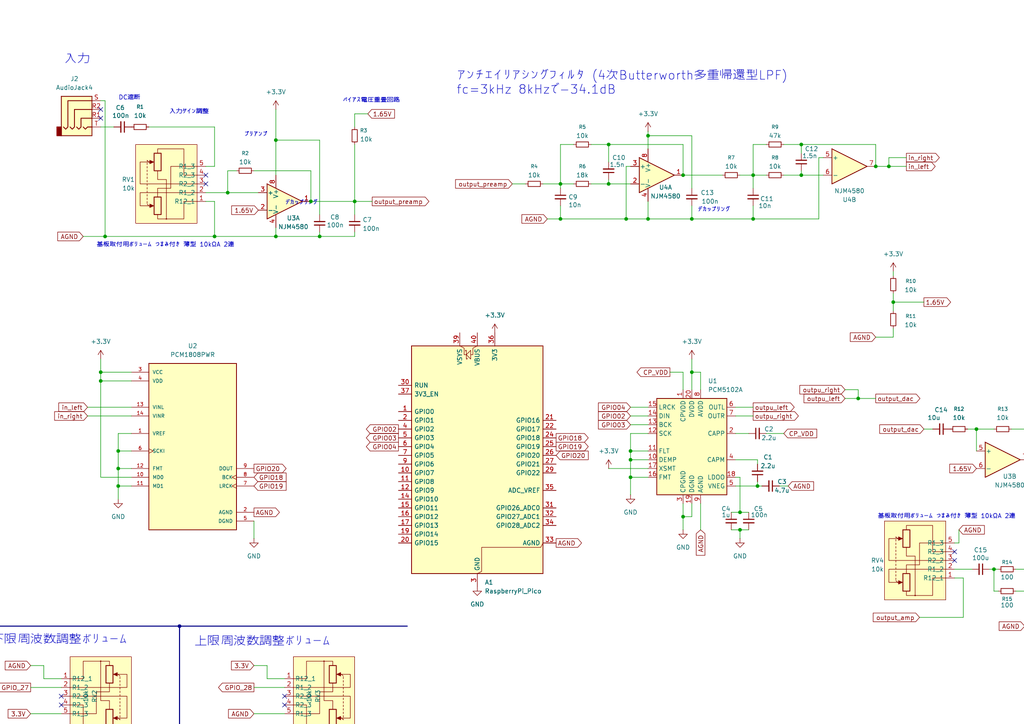
<source format=kicad_sch>
(kicad_sch (version 20250114) (generator "eeschema") (generator_version "9.0")
  (paper "A4")
  (lib_symbols
    (symbol "Amplifier_Operational:NJM4580" (pin_names (offset 0.127))
      (property "Reference" "U" (at 0 5.08 0))
      (property "Value" "NJM4580" (at 0 -5.08 0))
      (symbol "NJM4580_1_1"
        (polyline (pts (xy -5.08 5.08) (xy 5.08 0) (xy -5.08 -5.08) (xy -5.08 5.08)) (stroke (width 0.254)) (fill (type background)))
        (pin input line (at -7.62 2.54 0) (length 2.54) (name "+") (number "3"))
        (pin input line (at -7.62 -2.54 0) (length 2.54) (name "-") (number "2"))
        (pin output line (at 7.62 0 180) (length 2.54) (name "~") (number "1"))
      )
      (symbol "NJM4580_2_1"
        (polyline (pts (xy -5.08 5.08) (xy 5.08 0) (xy -5.08 -5.08) (xy -5.08 5.08)) (stroke (width 0.254)) (fill (type background)))
        (pin input line (at -7.62 2.54 0) (length 2.54) (name "+") (number "5"))
        (pin input line (at -7.62 -2.54 0) (length 2.54) (name "-") (number "6"))
        (pin output line (at 7.62 0 180) (length 2.54) (name "~") (number "7"))
      )
      (symbol "NJM4580_3_1"
        (pin power_in line (at -2.54 7.62 270) (length 3.81) (name "V+") (number "8"))
        (pin power_in line (at -2.54 -7.62 90) (length 3.81) (name "V-") (number "4"))
      )
    )
    (symbol "Audio:PCM5102A"
      (property "Reference" "U" (at -10.16 13.97 0))
      (property "Value" "PCM5102A" (at 3.81 13.97 0))
      (symbol "PCM5102A_0_1"
        (rectangle (start -10.16 12.7) (end 10.16 -15.24) (stroke (width 0.254)) (fill (type background)))
      )
      (symbol "PCM5102A_1_1"
        (pin input line (at -12.7 10.16 0) (length 2.54) (name "LRCK") (number "15"))
        (pin input line (at -12.7 7.62 0) (length 2.54) (name "DIN") (number "14"))
        (pin input line (at -12.7 5.08 0) (length 2.54) (name "BCK") (number "13"))
        (pin input line (at -12.7 2.54 0) (length 2.54) (name "SCK") (number "12"))
        (pin input line (at -12.7 -2.54 0) (length 2.54) (name "FLT") (number "11"))
        (pin input line (at -12.7 -5.08 0) (length 2.54) (name "DEMP") (number "10"))
        (pin input line (at -12.7 -7.62 0) (length 2.54) (name "XSMT") (number "17"))
        (pin input line (at -12.7 -10.16 0) (length 2.54) (name "FMT") (number "16"))
        (pin passive line (at -2.54 15.24 270) (length 2.54) (name "CPVDD") (number "1"))
        (pin power_in line (at -2.54 -17.78 90) (length 2.54) (name "CPGND") (number "3"))
        (pin power_in line (at 0 15.24 270) (length 2.54) (name "DVDD") (number "20"))
        (pin power_in line (at 0 -17.78 90) (length 2.54) (name "DGND") (number "19"))
        (pin power_in line (at 2.54 15.24 270) (length 2.54) (name "AVDD") (number "8"))
        (pin power_in line (at 2.54 -17.78 90) (length 2.54) (name "AGND") (number "9"))
        (pin output line (at 12.7 10.16 180) (length 2.54) (name "OUTL") (number "6"))
        (pin output line (at 12.7 7.62 180) (length 2.54) (name "OUTR") (number "7"))
        (pin passive line (at 12.7 2.54 180) (length 2.54) (name "CAPP") (number "2"))
        (pin passive line (at 12.7 -5.08 180) (length 2.54) (name "CAPM") (number "4"))
        (pin passive line (at 12.7 -10.16 180) (length 2.54) (name "LDOO") (number "18"))
        (pin passive line (at 12.7 -12.7 180) (length 2.54) (name "VNEG") (number "5"))
      )
    )
    (symbol "Connector_Audio:AudioJack4"
      (property "Reference" "J" (at 0 8.89 0))
      (property "Value" "AudioJack4" (at 0 6.35 0))
      (symbol "AudioJack4_0_1"
        (rectangle (start -6.35 -5.08) (end -7.62 -7.62) (stroke (width 0.254)) (fill (type outline)))
        (polyline (pts (xy -5.715 -5.08) (xy -5.08 -5.715) (xy -4.445 -5.08) (xy -4.445 2.54) (xy 2.54 2.54)) (stroke (width 0.254)))
        (polyline (pts (xy -1.905 -5.08) (xy -1.27 -5.715) (xy -0.635 -5.08) (xy -0.635 -2.54) (xy 2.54 -2.54)) (stroke (width 0.254)))
        (polyline (pts (xy 0 -5.08) (xy 0.635 -5.715) (xy 1.27 -5.08) (xy 2.54 -5.08)) (stroke (width 0.254)))
        (rectangle (start 2.54 3.81) (end -6.35 -7.62) (stroke (width 0.254)) (fill (type background)))
        (polyline (pts (xy 2.54 0) (xy -2.54 0) (xy -2.54 -5.08) (xy -3.175 -5.715) (xy -3.81 -5.08)) (stroke (width 0.254)))
      )
      (symbol "AudioJack4_1_1"
        (pin passive line (at 5.08 2.54 180) (length 2.54) (name "~") (number "S"))
        (pin passive line (at 5.08 0 180) (length 2.54) (name "~") (number "R2"))
        (pin passive line (at 5.08 -2.54 180) (length 2.54) (name "~") (number "R1"))
        (pin passive line (at 5.08 -5.08 180) (length 2.54) (name "~") (number "T"))
      )
    )
    (symbol "Device:C_Small" (pin_numbers (hide yes)) (pin_names (offset 0.254) (hide yes))
      (property "Reference" "C" (at 0.254 1.778 0))
      (property "Value" "C_Small" (at 0.254 -2.032 0))
      (symbol "C_Small_0_1"
        (polyline (pts (xy -1.524 0.508) (xy 1.524 0.508)) (stroke (width 0.3048)))
        (polyline (pts (xy -1.524 -0.508) (xy 1.524 -0.508)) (stroke (width 0.3302)))
      )
      (symbol "C_Small_1_1"
        (pin passive line (at 0 2.54 270) (length 2.032) (name "~") (number "1"))
        (pin passive line (at 0 -2.54 90) (length 2.032) (name "~") (number "2"))
      )
    )
    (symbol "Device:R_Small" (pin_numbers (hide yes)) (pin_names (offset 0.254) (hide yes))
      (property "Reference" "R" (at 0 0 90))
      (property "Value" "R_Small" (at 1.778 0 90))
      (symbol "R_Small_0_1"
        (rectangle (start -0.762 1.778) (end 0.762 -1.778) (stroke (width 0.2032)))
      )
      (symbol "R_Small_1_1"
        (pin passive line (at 0 2.54 270) (length 0.762) (name "~") (number "1"))
        (pin passive line (at 0 -2.54 90) (length 0.762) (name "~") (number "2"))
      )
    )
    (symbol "Library:基板取付用ボリューム つまみ付き 薄型 2連"
      (property "Reference" "U" (at 0 10.668 0))
      (symbol "基板取付用ボリューム つまみ付き 薄型 2連_0_1"
        (circle (center -10.16 0) (radius 0.127))
        (rectangle (start -8.89 3.556) (end -3.81 1.524) (stroke (width 0.254)))
        (polyline (pts (xy -6.35 5.08) (xy -6.35 4.064)))
        (polyline (pts (xy -6.35 5.08) (xy -6.35 4.064)))
        (polyline (pts (xy -6.35 5.08) (xy -5.842 5.588)))
        (polyline (pts (xy -6.35 3.683) (xy -6.858 4.826) (xy -5.842 4.826) (xy -6.35 3.683)) (fill (type outline)))
        (polyline (pts (xy -5.588 5.588) (xy -5.08 5.588)))
        (polyline (pts (xy -5.08 -5.08) (xy -10.16 -5.08) (xy -10.16 2.54) (xy -8.89 2.54)))
        (polyline (pts (xy -4.572 5.588) (xy -4.064 5.588)))
        (polyline (pts (xy -3.81 2.54) (xy -1.27 2.54) (xy -1.27 -1.27) (xy 5.08 -1.27) (xy 5.08 -8.89)))
        (polyline (pts (xy -3.556 5.588) (xy -3.048 5.588)))
        (polyline (pts (xy -2.54 5.588) (xy -2.032 5.588)))
        (polyline (pts (xy -2.54 -8.89) (xy -2.54 -2.54) (xy -2.54 -2.54) (xy -2.54 7.62) (xy -6.35 7.62) (xy -6.35 3.81)))
        (polyline (pts (xy -1.524 5.588) (xy -1.016 5.588)))
        (polyline (pts (xy -0.508 5.588) (xy 0 5.588)))
        (polyline (pts (xy 0 -8.89) (xy 0 7.62) (xy 6.35 7.62) (xy 6.35 3.81)))
        (polyline (pts (xy 0.508 5.588) (xy 1.016 5.588)))
        (polyline (pts (xy 1.524 5.588) (xy 2.032 5.588)))
        (polyline (pts (xy 2.54 5.588) (xy 3.048 5.588)))
        (polyline (pts (xy 3.556 5.588) (xy 4.064 5.588)))
        (rectangle (start 3.81 3.556) (end 8.89 1.524) (stroke (width 0.254)))
        (polyline (pts (xy 3.81 2.54) (xy 1.27 2.54) (xy 1.27 0) (xy -10.16 0)))
        (polyline (pts (xy 4.572 5.588) (xy 5.08 5.588)))
        (polyline (pts (xy 5.588 5.588) (xy 6.096 5.588)))
        (polyline (pts (xy 6.35 5.08) (xy 6.35 4.064)))
        (polyline (pts (xy 6.35 5.08) (xy 6.35 4.064)))
        (polyline (pts (xy 6.35 3.683) (xy 5.842 4.826) (xy 6.858 4.826) (xy 6.35 3.683)) (fill (type outline)))
        (polyline (pts (xy 6.604 5.588) (xy 6.858 5.588) (xy 6.35 5.08)))
        (polyline (pts (xy 8.89 2.54) (xy 10.16 2.54) (xy 10.16 -5.08) (xy 2.54 -5.08) (xy 2.54 -8.89)))
      )
      (symbol "基板取付用ボリューム つまみ付き 薄型 2連_1_1"
        (rectangle (start -11.43 8.89) (end 11.43 -8.89) (fill (type background)))
        (polyline (pts (xy -5.08 -5.08) (xy -5.08 -8.89)))
        (pin passive line (at -5.08 -11.43 90) (length 2.54) (name "R12_1") (number "1"))
        (pin passive line (at -2.54 -11.43 90) (length 2.54) (name "R1_2") (number "2"))
        (pin passive line (at 0 -11.43 90) (length 2.54) (name "R2_2") (number "3"))
        (pin passive line (at 2.54 -11.43 90) (length 2.54) (name "R2_3") (number "4"))
        (pin passive line (at 5.08 -11.43 90) (length 2.54) (name "R1_3") (number "5"))
      )
    )
    (symbol "MCU_Module:RaspberryPi_Pico" (pin_names (offset 0.762))
      (property "Reference" "A" (at -19.05 35.56 0))
      (property "Value" "RaspberryPi_Pico" (at 7.62 35.56 0))
      (symbol "RaspberryPi_Pico_0_1"
        (rectangle (start -19.05 34.29) (end 19.05 -31.75) (stroke (width 0.254)) (fill (type background)))
        (polyline (pts (xy -5.08 34.29) (xy -3.81 33.655) (xy -3.81 31.75) (xy -3.175 31.75)))
        (polyline (pts (xy -3.429 32.766) (xy -3.429 33.02) (xy -3.175 33.02) (xy -3.175 30.48) (xy -2.921 30.48) (xy -2.921 30.734)))
        (polyline (pts (xy -3.175 31.75) (xy -1.905 33.02) (xy -1.905 30.48) (xy -3.175 31.75)))
        (polyline (pts (xy 0 34.29) (xy -1.27 33.655) (xy -1.27 31.75) (xy -1.905 31.75)))
        (polyline (pts (xy 0 -31.75) (xy 1.27 -31.115) (xy 1.27 -24.13) (xy 18.415 -24.13) (xy 19.05 -22.86)))
      )
      (symbol "RaspberryPi_Pico_1_1"
        (pin passive line (at -22.86 22.86 0) (length 3.81) (name "RUN") (number "30"))
        (pin passive line (at -22.86 20.32 0) (length 3.81) (name "3V3_EN") (number "37"))
        (pin bidirectional line (at -22.86 15.24 0) (length 3.81) (name "GPIO0") (number "1"))
        (pin bidirectional line (at -22.86 12.7 0) (length 3.81) (name "GPIO1") (number "2"))
        (pin bidirectional line (at -22.86 10.16 0) (length 3.81) (name "GPIO2") (number "4"))
        (pin bidirectional line (at -22.86 7.62 0) (length 3.81) (name "GPIO3") (number "5"))
        (pin bidirectional line (at -22.86 5.08 0) (length 3.81) (name "GPIO4") (number "6"))
        (pin bidirectional line (at -22.86 2.54 0) (length 3.81) (name "GPIO5") (number "7"))
        (pin bidirectional line (at -22.86 0 0) (length 3.81) (name "GPIO6") (number "9"))
        (pin bidirectional line (at -22.86 -2.54 0) (length 3.81) (name "GPIO7") (number "10"))
        (pin bidirectional line (at -22.86 -5.08 0) (length 3.81) (name "GPIO8") (number "11"))
        (pin bidirectional line (at -22.86 -7.62 0) (length 3.81) (name "GPIO9") (number "12"))
        (pin bidirectional line (at -22.86 -10.16 0) (length 3.81) (name "GPIO10") (number "14"))
        (pin bidirectional line (at -22.86 -12.7 0) (length 3.81) (name "GPIO11") (number "15"))
        (pin bidirectional line (at -22.86 -15.24 0) (length 3.81) (name "GPIO12") (number "16"))
        (pin bidirectional line (at -22.86 -17.78 0) (length 3.81) (name "GPIO13") (number "17"))
        (pin bidirectional line (at -22.86 -20.32 0) (length 3.81) (name "GPIO14") (number "19"))
        (pin bidirectional line (at -22.86 -22.86 0) (length 3.81) (name "GPIO15") (number "20"))
        (pin power_in line (at -5.08 38.1 270) (length 3.81) (name "VSYS") (number "39"))
        (pin power_out line (at 0 38.1 270) (length 3.81) (name "VBUS") (number "40"))
        (pin passive line (at 0 -35.56 90) (length 3.81) (hide yes) (name "GND") (number "13"))
        (pin passive line (at 0 -35.56 90) (length 3.81) (hide yes) (name "GND") (number "18"))
        (pin passive line (at 0 -35.56 90) (length 3.81) (hide yes) (name "GND") (number "23"))
        (pin passive line (at 0 -35.56 90) (length 3.81) (hide yes) (name "GND") (number "28"))
        (pin power_out line (at 0 -35.56 90) (length 3.81) (name "GND") (number "3"))
        (pin passive line (at 0 -35.56 90) (length 3.81) (hide yes) (name "GND") (number "38"))
        (pin passive line (at 0 -35.56 90) (length 3.81) (hide yes) (name "GND") (number "8"))
        (pin power_out line (at 5.08 38.1 270) (length 3.81) (name "3V3") (number "36"))
        (pin bidirectional line (at 22.86 12.7 180) (length 3.81) (name "GPIO16") (number "21"))
        (pin bidirectional line (at 22.86 10.16 180) (length 3.81) (name "GPIO17") (number "22"))
        (pin bidirectional line (at 22.86 7.62 180) (length 3.81) (name "GPIO18") (number "24"))
        (pin bidirectional line (at 22.86 5.08 180) (length 3.81) (name "GPIO19") (number "25"))
        (pin bidirectional line (at 22.86 2.54 180) (length 3.81) (name "GPIO20") (number "26"))
        (pin bidirectional line (at 22.86 0 180) (length 3.81) (name "GPIO21") (number "27"))
        (pin bidirectional line (at 22.86 -2.54 180) (length 3.81) (name "GPIO22") (number "29"))
        (pin power_in line (at 22.86 -7.62 180) (length 3.81) (name "ADC_VREF") (number "35"))
        (pin bidirectional line (at 22.86 -12.7 180) (length 3.81) (name "GPIO26_ADC0") (number "31"))
        (pin bidirectional line (at 22.86 -15.24 180) (length 3.81) (name "GPIO27_ADC1") (number "32"))
        (pin bidirectional line (at 22.86 -17.78 180) (length 3.81) (name "GPIO28_ADC2") (number "34"))
        (pin power_out line (at 22.86 -22.86 180) (length 3.81) (name "AGND") (number "33"))
      )
    )
    (symbol "PCM1808PWR:PCM1808PWR" (pin_names (offset 1.016))
      (property "Reference" "U" (at -12.7 24.13 0))
      (property "Value" "PCM1808PWR" (at -12.7 -27.94 0))
      (symbol "PCM1808PWR_0_0"
        (rectangle (start -12.7 -25.4) (end 12.7 22.86) (stroke (width 0.254)) (fill (type background)))
        (pin power_in line (at -17.78 20.32 0) (length 5.08) (name "VCC") (number "3"))
        (pin power_in line (at -17.78 17.78 0) (length 5.08) (name "VDD") (number "4"))
        (pin input line (at -17.78 10.16 0) (length 5.08) (name "VINL") (number "13"))
        (pin input line (at -17.78 7.62 0) (length 5.08) (name "VINR") (number "14"))
        (pin input line (at -17.78 2.54 0) (length 5.08) (name "VREF") (number "1"))
        (pin input clock (at -17.78 -2.54 0) (length 5.08) (name "SCKI") (number "6"))
        (pin input line (at -17.78 -7.62 0) (length 5.08) (name "FMT") (number "12"))
        (pin input line (at -17.78 -10.16 0) (length 5.08) (name "MD0") (number "10"))
        (pin input line (at -17.78 -12.7 0) (length 5.08) (name "MD1") (number "11"))
        (pin output line (at 17.78 -7.62 180) (length 5.08) (name "DOUT") (number "9"))
        (pin bidirectional clock (at 17.78 -10.16 180) (length 5.08) (name "BCK") (number "8"))
        (pin bidirectional clock (at 17.78 -12.7 180) (length 5.08) (name "LRCK") (number "7"))
        (pin power_in line (at 17.78 -20.32 180) (length 5.08) (name "AGND") (number "2"))
        (pin power_in line (at 17.78 -22.86 180) (length 5.08) (name "DGND") (number "5"))
      )
    )
    (symbol "power:+3.3V" (power) (pin_numbers (hide yes)) (pin_names (offset 0) (hide yes))
      (property "Value" "+3.3V" (at 0 3.556 0))
      (symbol "+3.3V_0_1"
        (polyline (pts (xy -0.762 1.27) (xy 0 2.54)))
        (polyline (pts (xy 0 2.54) (xy 0.762 1.27)))
        (polyline (pts (xy 0 0) (xy 0 2.54)))
      )
      (symbol "+3.3V_1_1"
        (pin power_in line (at 0 0 90) (length 0) (name "~") (number "1"))
      )
    )
    (symbol "power:GND" (power) (pin_numbers (hide yes)) (pin_names (offset 0) (hide yes))
      (property "Value" "GND" (at 0 -3.81 0))
      (symbol "GND_0_1"
        (polyline (pts (xy 0 0) (xy 0 -1.27) (xy 1.27 -1.27) (xy 0 -2.54) (xy -1.27 -1.27) (xy 0 -1.27)))
      )
      (symbol "GND_1_1"
        (pin power_in line (at 0 0 270) (length 0) (name "~") (number "1"))
      )
    )
  )
  (text "基板取付用ボリューム つまみ付き 薄型 10kΩB 2連\n" (at 28.956 215.138 0) (effects (font (size 1.27 1.27))))
  (text "基板取付用ボリューム つまみ付き 薄型 10kΩA 2連\n" (at 274.574 149.86 0) (effects (font (size 1.27 1.27))))
  (text "バイアス電圧重畳回路" (at 107.696 29.21 0) (effects (font (size 1.27 1.27))))
  (text "デカップリング" (at 87.376 58.928 0) (effects (font (size 1.27 1.27))))
  (text "入力ゲイン調整" (at 54.864 32.512 0) (effects (font (size 1.27 1.27))))
  (text "アンチエイリアシングフィルタ (4次Butterworth多重帰還型LPF)\nfc=3kHz 8kHzで-34.1dB" (at 132.334 20.574 0) (effects (font (size 2.54 2.54)) (justify left top)))
  (text "DC遮断" (at 37.592 28.448 0) (effects (font (size 1.27 1.27))))
  (text "プリアンプ" (at 74.168 39.116 0) (effects (font (size 1.27 1.27))))
  (text "デカップリング" (at 207.01 60.96 0) (effects (font (size 1.27 1.27))))
  (text "上限周波数調整ボリューム" (at 76.2 186.182 0) (effects (font (size 2.54 2.54))))
  (text "入力" (at 22.352 17.272 0) (effects (font (size 2.54 2.54))))
  (text "基板取付用ボリューム つまみ付き 薄型 10kΩA 2連\n" (at 48.006 71.12 0) (effects (font (size 1.27 1.27))))
  (text "基板取付用ボリューム つまみ付き 薄型 10kΩB 2連\n" (at 92.456 215.138 0) (effects (font (size 1.27 1.27))))
  (text "下限周波数調整ボリューム" (at 17.272 185.674 0) (effects (font (size 2.54 2.54))))
  (junction (at 90.17 58.42))
  (junction (at 34.29 130.81))
  (junction (at 214.63 148.59))
  (junction (at 232.41 41.91))
  (junction (at 34.29 140.97))
  (junction (at 162.56 63.5))
  (junction (at 102.87 58.42))
  (junction (at 162.56 53.34))
  (junction (at 232.41 50.8))
  (junction (at 182.88 130.81))
  (junction (at 66.04 55.88))
  (junction (at 176.53 53.34))
  (junction (at 181.61 63.5))
  (junction (at 34.29 135.89))
  (junction (at 259.08 87.63))
  (junction (at 52.07 181.61))
  (junction (at 182.88 133.35))
  (junction (at 198.12 50.8))
  (junction (at 80.01 68.58))
  (junction (at 257.81 48.26))
  (junction (at 218.44 63.5))
  (junction (at 92.71 68.58))
  (junction (at 214.63 153.67))
  (junction (at 187.96 39.37))
  (junction (at 80.01 40.64))
  (junction (at 288.29 165.1))
  (junction (at 182.88 138.43))
  (junction (at 200.66 107.95))
  (junction (at 30.48 68.58))
  (junction (at 219.71 140.97))
  (junction (at 283.21 124.46))
  (junction (at 176.53 41.91))
  (junction (at 29.21 107.95))
  (junction (at 200.66 63.5))
  (junction (at 198.12 149.86))
  (junction (at 248.92 115.57))
  (junction (at 218.44 50.8))
  (junction (at 298.45 133.35))
  (junction (at 187.96 63.5))
  (junction (at 254 48.26))
  (junction (at 62.23 68.58))
  (junction (at 29.21 110.49))
  (no_connect (at 29.21 34.29))
  (no_connect (at 59.69 53.34))
  (no_connect (at 17.78 201.93))
  (no_connect (at 276.86 162.56))
  (no_connect (at 59.69 50.8))
  (no_connect (at 82.55 204.47))
  (no_connect (at 276.86 160.02))
  (no_connect (at 17.78 204.47))
  (no_connect (at 303.53 162.56))
  (no_connect (at 82.55 201.93))
  (no_connect (at 29.21 31.75))
  (wire (pts (xy 214.63 138.43) (xy 214.63 148.59)))
  (wire (pts (xy 102.87 58.42) (xy 107.95 58.42)))
  (wire (pts (xy 38.1 130.81) (xy 34.29 130.81)))
  (wire (pts (xy 287.02 165.1) (xy 288.29 165.1)))
  (wire (pts (xy 279.4 179.07) (xy 279.4 167.64)))
  (wire (pts (xy 8.89 199.39) (xy 17.78 199.39)))
  (wire (pts (xy 187.96 63.5) (xy 187.96 58.42)))
  (wire (pts (xy 259.08 87.63) (xy 259.08 90.17)))
  (wire (pts (xy 90.17 49.53) (xy 90.17 58.42)))
  (wire (pts (xy 226.06 140.97) (xy 228.6 140.97)))
  (bus (pts (xy 52.07 181.61) (xy 52.07 217.17)))
  (wire (pts (xy 227.33 50.8) (xy 232.41 50.8)))
  (wire (pts (xy 214.63 148.59) (xy 217.17 148.59)))
  (wire (pts (xy 182.88 120.65) (xy 187.96 120.65)))
  (wire (pts (xy 162.56 41.91) (xy 166.37 41.91)))
  (wire (pts (xy 203.2 113.03) (xy 203.2 107.95)))
  (wire (pts (xy 200.66 39.37) (xy 187.96 39.37)))
  (wire (pts (xy 92.71 68.58) (xy 102.87 68.58)))
  (wire (pts (xy 181.61 63.5) (xy 187.96 63.5)))
  (wire (pts (xy 248.92 113.03) (xy 248.92 115.57)))
  (wire (pts (xy 162.56 53.34) (xy 157.48 53.34)))
  (wire (pts (xy 259.08 97.79) (xy 259.08 95.25)))
  (wire (pts (xy 12.7 196.85) (xy 17.78 196.85)))
  (wire (pts (xy 288.29 171.45) (xy 289.56 171.45)))
  (wire (pts (xy 298.45 124.46) (xy 298.45 133.35)))
  (wire (pts (xy 187.96 125.73) (xy 182.88 125.73)))
  (wire (pts (xy 219.71 140.97) (xy 220.98 140.97)))
  (wire (pts (xy 198.12 107.95) (xy 194.31 107.95)))
  (wire (pts (xy 62.23 58.42) (xy 62.23 68.58)))
  (wire (pts (xy 182.88 118.11) (xy 187.96 118.11)))
  (wire (pts (xy 77.47 196.85) (xy 82.55 196.85)))
  (wire (pts (xy 162.56 54.61) (xy 162.56 53.34)))
  (wire (pts (xy 214.63 156.21) (xy 214.63 153.67)))
  (wire (pts (xy 38.1 135.89) (xy 34.29 135.89)))
  (wire (pts (xy 278.13 157.48) (xy 276.86 157.48)))
  (wire (pts (xy 232.41 49.53) (xy 232.41 50.8)))
  (wire (pts (xy 102.87 68.58) (xy 102.87 67.31)))
  (wire (pts (xy 213.36 138.43) (xy 214.63 138.43)))
  (wire (pts (xy 34.29 130.81) (xy 34.29 135.89)))
  (wire (pts (xy 34.29 144.78) (xy 34.29 140.97)))
  (wire (pts (xy 218.44 41.91) (xy 222.25 41.91)))
  (wire (pts (xy 29.21 107.95) (xy 29.21 110.49)))
  (wire (pts (xy 212.09 153.67) (xy 214.63 153.67)))
  (wire (pts (xy 106.68 33.02) (xy 102.87 33.02)))
  (wire (pts (xy 218.44 41.91) (xy 218.44 50.8)))
  (wire (pts (xy 29.21 104.14) (xy 29.21 107.95)))
  (wire (pts (xy 176.53 52.07) (xy 176.53 53.34)))
  (wire (pts (xy 259.08 85.09) (xy 259.08 87.63)))
  (wire (pts (xy 29.21 36.83) (xy 33.02 36.83)))
  (wire (pts (xy 300.99 160.02) (xy 300.99 181.61)))
  (wire (pts (xy 187.96 38.1) (xy 187.96 39.37)))
  (wire (pts (xy 218.44 63.5) (xy 237.49 63.5)))
  (wire (pts (xy 232.41 41.91) (xy 232.41 44.45)))
  (wire (pts (xy 43.18 36.83) (xy 62.23 36.83)))
  (wire (pts (xy 232.41 41.91) (xy 254 41.91)))
  (wire (pts (xy 276.86 165.1) (xy 281.94 165.1)))
  (wire (pts (xy 102.87 41.91) (xy 102.87 58.42)))
  (wire (pts (xy 222.25 125.73) (xy 227.33 125.73)))
  (wire (pts (xy 80.01 66.04) (xy 80.01 68.58)))
  (wire (pts (xy 198.12 149.86) (xy 198.12 146.05)))
  (wire (pts (xy 176.53 135.89) (xy 187.96 135.89)))
  (wire (pts (xy 200.66 63.5) (xy 187.96 63.5)))
  (wire (pts (xy 73.66 207.01) (xy 82.55 207.01)))
  (wire (pts (xy 59.69 58.42) (xy 62.23 58.42)))
  (wire (pts (xy 187.96 39.37) (xy 187.96 43.18)))
  (wire (pts (xy 212.09 148.59) (xy 214.63 148.59)))
  (wire (pts (xy 237.49 45.72) (xy 238.76 45.72)))
  (wire (pts (xy 34.29 135.89) (xy 34.29 140.97)))
  (wire (pts (xy 90.17 58.42) (xy 102.87 58.42)))
  (wire (pts (xy 181.61 48.26) (xy 182.88 48.26)))
  (wire (pts (xy 182.88 123.19) (xy 187.96 123.19)))
  (wire (pts (xy 218.44 59.69) (xy 218.44 63.5)))
  (wire (pts (xy 171.45 41.91) (xy 176.53 41.91)))
  (wire (pts (xy 12.7 193.04) (xy 12.7 196.85)))
  (wire (pts (xy 102.87 33.02) (xy 102.87 36.83)))
  (wire (pts (xy 181.61 63.5) (xy 181.61 48.26)))
  (wire (pts (xy 29.21 110.49) (xy 29.21 138.43)))
  (wire (pts (xy 182.88 133.35) (xy 182.88 138.43)))
  (wire (pts (xy 182.88 138.43) (xy 187.96 138.43)))
  (wire (pts (xy 254 48.26) (xy 257.81 48.26)))
  (wire (pts (xy 73.66 156.21) (xy 73.66 151.13)))
  (wire (pts (xy 262.89 45.72) (xy 257.81 45.72)))
  (wire (pts (xy 162.56 63.5) (xy 162.56 59.69)))
  (wire (pts (xy 294.64 165.1) (xy 303.53 165.1)))
  (wire (pts (xy 73.66 193.04) (xy 77.47 193.04)))
  (wire (pts (xy 176.53 41.91) (xy 176.53 46.99)))
  (wire (pts (xy 198.12 50.8) (xy 209.55 50.8)))
  (wire (pts (xy 77.47 193.04) (xy 77.47 196.85)))
  (wire (pts (xy 29.21 110.49) (xy 38.1 110.49)))
  (wire (pts (xy 213.36 140.97) (xy 219.71 140.97)))
  (wire (pts (xy 187.96 130.81) (xy 182.88 130.81)))
  (wire (pts (xy 30.48 29.21) (xy 29.21 29.21)))
  (wire (pts (xy 227.33 41.91) (xy 232.41 41.91)))
  (wire (pts (xy 214.63 50.8) (xy 218.44 50.8)))
  (wire (pts (xy 182.88 143.51) (xy 182.88 138.43)))
  (wire (pts (xy 8.89 207.01) (xy 17.78 207.01)))
  (wire (pts (xy 198.12 41.91) (xy 198.12 50.8)))
  (wire (pts (xy 254 48.26) (xy 254 41.91)))
  (wire (pts (xy 279.4 167.64) (xy 276.86 167.64)))
  (wire (pts (xy 158.75 63.5) (xy 162.56 63.5)))
  (wire (pts (xy 162.56 41.91) (xy 162.56 53.34)))
  (wire (pts (xy 203.2 153.67) (xy 203.2 146.05)))
  (wire (pts (xy 34.29 125.73) (xy 34.29 130.81)))
  (wire (pts (xy 297.18 171.45) (xy 294.64 171.45)))
  (wire (pts (xy 218.44 54.61) (xy 218.44 50.8)))
  (wire (pts (xy 148.59 53.34) (xy 152.4 53.34)))
  (wire (pts (xy 25.4 120.65) (xy 38.1 120.65)))
  (wire (pts (xy 254 97.79) (xy 259.08 97.79)))
  (wire (pts (xy 62.23 48.26) (xy 59.69 48.26)))
  (wire (pts (xy 24.13 68.58) (xy 30.48 68.58)))
  (wire (pts (xy 237.49 63.5) (xy 237.49 45.72)))
  (wire (pts (xy 257.81 48.26) (xy 262.89 48.26)))
  (wire (pts (xy 62.23 36.83) (xy 62.23 48.26)))
  (wire (pts (xy 297.18 167.64) (xy 297.18 171.45)))
  (wire (pts (xy 25.4 118.11) (xy 38.1 118.11)))
  (wire (pts (xy 62.23 68.58) (xy 80.01 68.58)))
  (wire (pts (xy 217.17 125.73) (xy 213.36 125.73)))
  (wire (pts (xy 218.44 118.11) (xy 213.36 118.11)))
  (wire (pts (xy 80.01 31.75) (xy 80.01 40.64)))
  (wire (pts (xy 218.44 120.65) (xy 213.36 120.65)))
  (wire (pts (xy 66.04 49.53) (xy 68.58 49.53)))
  (wire (pts (xy 218.44 50.8) (xy 222.25 50.8)))
  (wire (pts (xy 92.71 67.31) (xy 92.71 68.58)))
  (wire (pts (xy 181.61 63.5) (xy 162.56 63.5)))
  (wire (pts (xy 245.11 115.57) (xy 248.92 115.57)))
  (wire (pts (xy 182.88 130.81) (xy 182.88 133.35)))
  (wire (pts (xy 200.66 149.86) (xy 200.66 146.05)))
  (wire (pts (xy 182.88 125.73) (xy 182.88 130.81)))
  (wire (pts (xy 297.18 181.61) (xy 300.99 181.61)))
  (wire (pts (xy 92.71 68.58) (xy 80.01 68.58)))
  (wire (pts (xy 267.97 124.46) (xy 270.51 124.46)))
  (wire (pts (xy 293.37 124.46) (xy 298.45 124.46)))
  (wire (pts (xy 219.71 140.97) (xy 219.71 139.7)))
  (wire (pts (xy 214.63 153.67) (xy 217.17 153.67)))
  (wire (pts (xy 200.66 104.14) (xy 200.66 107.95)))
  (bus (pts (xy 52.07 181.61) (xy 118.11 181.61)))
  (wire (pts (xy 92.71 62.23) (xy 92.71 40.64)))
  (wire (pts (xy 248.92 115.57) (xy 254 115.57)))
  (wire (pts (xy 266.7 179.07) (xy 279.4 179.07)))
  (wire (pts (xy 29.21 107.95) (xy 38.1 107.95)))
  (wire (pts (xy 267.97 87.63) (xy 259.08 87.63)))
  (wire (pts (xy 257.81 45.72) (xy 257.81 48.26)))
  (wire (pts (xy 288.29 165.1) (xy 288.29 171.45)))
  (wire (pts (xy 162.56 53.34) (xy 166.37 53.34)))
  (wire (pts (xy 73.66 199.39) (xy 82.55 199.39)))
  (wire (pts (xy 30.48 29.21) (xy 30.48 68.58)))
  (wire (pts (xy 283.21 124.46) (xy 283.21 130.81)))
  (wire (pts (xy 219.71 133.35) (xy 213.36 133.35)))
  (wire (pts (xy 200.66 107.95) (xy 200.66 113.03)))
  (wire (pts (xy 200.66 59.69) (xy 200.66 63.5)))
  (wire (pts (xy 29.21 138.43) (xy 38.1 138.43)))
  (wire (pts (xy 303.53 160.02) (xy 300.99 160.02)))
  (wire (pts (xy 198.12 113.03) (xy 198.12 107.95)))
  (wire (pts (xy 232.41 50.8) (xy 238.76 50.8)))
  (wire (pts (xy 176.53 41.91) (xy 198.12 41.91)))
  (wire (pts (xy 200.66 39.37) (xy 200.66 54.61)))
  (wire (pts (xy 200.66 63.5) (xy 218.44 63.5)))
  (wire (pts (xy 182.88 133.35) (xy 187.96 133.35)))
  (wire (pts (xy 259.08 78.74) (xy 259.08 80.01)))
  (wire (pts (xy 8.89 193.04) (xy 12.7 193.04)))
  (bus (pts (xy -6.35 181.61) (xy 52.07 181.61)))
  (wire (pts (xy 288.29 165.1) (xy 289.56 165.1)))
  (wire (pts (xy 303.53 167.64) (xy 297.18 167.64)))
  (wire (pts (xy 66.04 55.88) (xy 74.93 55.88)))
  (wire (pts (xy 102.87 58.42) (xy 102.87 62.23)))
  (wire (pts (xy 219.71 133.35) (xy 219.71 134.62)))
  (wire (pts (xy 171.45 53.34) (xy 176.53 53.34)))
  (wire (pts (xy 198.12 153.67) (xy 198.12 149.86)))
  (wire (pts (xy 34.29 140.97) (xy 38.1 140.97)))
  (wire (pts (xy 278.13 153.67) (xy 278.13 157.48)))
  (wire (pts (xy 66.04 49.53) (xy 66.04 55.88)))
  (wire (pts (xy 198.12 149.86) (xy 200.66 149.86)))
  (wire (pts (xy 176.53 53.34) (xy 182.88 53.34)))
  (wire (pts (xy 38.1 125.73) (xy 34.29 125.73)))
  (wire (pts (xy 73.66 49.53) (xy 90.17 49.53)))
  (wire (pts (xy 288.29 124.46) (xy 283.21 124.46)))
  (wire (pts (xy 280.67 124.46) (xy 283.21 124.46)))
  (wire (pts (xy 92.71 40.64) (xy 80.01 40.64)))
  (wire (pts (xy 245.11 113.03) (xy 248.92 113.03)))
  (wire (pts (xy 80.01 40.64) (xy 80.01 50.8)))
  (wire (pts (xy 59.69 55.88) (xy 66.04 55.88)))
  (wire (pts (xy 302.26 133.35) (xy 298.45 133.35)))
  (wire (pts (xy 203.2 107.95) (xy 200.66 107.95)))
  (wire (pts (xy 30.48 68.58) (xy 62.23 68.58)))
  (global_label "AGND" (shape output) (at 161.29 157.48 0) (property "Intersheetrefs" "${INTERSHEET_REFS}" (effects (hide yes))))
  (global_label "AGND" (shape input) (at 8.89 193.04 180) (property "Intersheetrefs" "${INTERSHEET_REFS}" (effects (hide yes))))
  (global_label "1.65V" (shape output) (at 267.97 87.63 0) (property "Intersheetrefs" "${INTERSHEET_REFS}" (effects (hide yes))))
  (global_label "in_left" (shape output) (at 262.89 48.26 0) (property "Intersheetrefs" "${INTERSHEET_REFS}" (effects (hide yes))))
  (global_label "GPIO02" (shape output) (at 115.57 124.46 180) (property "Intersheetrefs" "${INTERSHEET_REFS}" (effects (hide yes))))
  (global_label "outpu_left" (shape input) (at 245.11 115.57 180) (property "Intersheetrefs" "${INTERSHEET_REFS}" (effects (hide yes))))
  (global_label "output_amp" (shape input) (at 266.7 179.07 180) (property "Intersheetrefs" "${INTERSHEET_REFS}" (effects (hide yes))))
  (global_label "GPIO18" (shape output) (at 161.29 127 0) (property "Intersheetrefs" "${INTERSHEET_REFS}" (effects (hide yes))))
  (global_label "GPIO20" (shape output) (at 73.66 135.89 0) (property "Intersheetrefs" "${INTERSHEET_REFS}" (effects (hide yes))))
  (global_label "CP_VDD" (shape output) (at 194.31 107.95 180) (property "Intersheetrefs" "${INTERSHEET_REFS}" (effects (hide yes))))
  (global_label "outpu_right" (shape input) (at 245.11 113.03 180) (property "Intersheetrefs" "${INTERSHEET_REFS}" (effects (hide yes))))
  (global_label "1.65V" (shape input) (at 74.93 60.96 180) (property "Intersheetrefs" "${INTERSHEET_REFS}" (effects (hide yes))))
  (global_label "CP_VDD" (shape input) (at 227.33 125.73 0) (property "Intersheetrefs" "${INTERSHEET_REFS}" (effects (hide yes))))
  (global_label "GPIO02" (shape input) (at 182.88 120.65 180) (property "Intersheetrefs" "${INTERSHEET_REFS}" (effects (hide yes))))
  (global_label "output_dac" (shape input) (at 267.97 124.46 180) (property "Intersheetrefs" "${INTERSHEET_REFS}" (effects (hide yes))))
  (global_label "GPIO04" (shape input) (at 182.88 118.11 180) (property "Intersheetrefs" "${INTERSHEET_REFS}" (effects (hide yes))))
  (global_label "3.3V" (shape input) (at 8.89 207.01 180) (property "Intersheetrefs" "${INTERSHEET_REFS}" (effects (hide yes))))
  (global_label "AGND" (shape input) (at 278.13 153.67 0) (property "Intersheetrefs" "${INTERSHEET_REFS}" (effects (hide yes))))
  (global_label "in_left" (shape input) (at 25.4 118.11 180) (property "Intersheetrefs" "${INTERSHEET_REFS}" (effects (hide yes))))
  (global_label "GPIO19" (shape output) (at 161.29 129.54 0) (property "Intersheetrefs" "${INTERSHEET_REFS}" (effects (hide yes))))
  (global_label "GPIO03" (shape input) (at 182.88 123.19 180) (property "Intersheetrefs" "${INTERSHEET_REFS}" (effects (hide yes))))
  (global_label "outpu_right" (shape output) (at 218.44 120.65 0) (property "Intersheetrefs" "${INTERSHEET_REFS}" (effects (hide yes))))
  (global_label "GPIO19" (shape input) (at 73.66 140.97 0) (property "Intersheetrefs" "${INTERSHEET_REFS}" (effects (hide yes))))
  (global_label "GPIO20" (shape input) (at 161.29 132.08 0) (property "Intersheetrefs" "${INTERSHEET_REFS}" (effects (hide yes))))
  (global_label "output_preamp" (shape input) (at 148.59 53.34 180) (property "Intersheetrefs" "${INTERSHEET_REFS}" (effects (hide yes))))
  (global_label "AGND" (shape input) (at 254 97.79 180) (property "Intersheetrefs" "${INTERSHEET_REFS}" (effects (hide yes))))
  (global_label "AGND" (shape input) (at 24.13 68.58 180) (property "Intersheetrefs" "${INTERSHEET_REFS}" (effects (hide yes))))
  (global_label "AGND" (shape input) (at 297.18 181.61 180) (property "Intersheetrefs" "${INTERSHEET_REFS}" (effects (hide yes))))
  (global_label "output_amp" (shape output) (at 302.26 133.35 0) (property "Intersheetrefs" "${INTERSHEET_REFS}" (effects (hide yes))))
  (global_label "AGND" (shape input) (at 203.2 153.67 270) (property "Intersheetrefs" "${INTERSHEET_REFS}" (effects (hide yes))))
  (global_label "3.3V" (shape input) (at 73.66 193.04 180) (property "Intersheetrefs" "${INTERSHEET_REFS}" (effects (hide yes))))
  (global_label "AGND" (shape input) (at 158.75 63.5 180) (property "Intersheetrefs" "${INTERSHEET_REFS}" (effects (hide yes))))
  (global_label "AGND" (shape input) (at 228.6 140.97 0) (property "Intersheetrefs" "${INTERSHEET_REFS}" (effects (hide yes))))
  (global_label "GPIO04" (shape output) (at 115.57 129.54 180) (property "Intersheetrefs" "${INTERSHEET_REFS}" (effects (hide yes))))
  (global_label "1.65V" (shape input) (at 283.21 135.89 180) (property "Intersheetrefs" "${INTERSHEET_REFS}" (effects (hide yes))))
  (global_label "GPIO_28" (shape output) (at 73.66 199.39 180) (property "Intersheetrefs" "${INTERSHEET_REFS}" (effects (hide yes))))
  (global_label "GPIO_27" (shape output) (at 8.89 199.39 180) (property "Intersheetrefs" "${INTERSHEET_REFS}" (effects (hide yes))))
  (global_label "in_right" (shape output) (at 262.89 45.72 0) (property "Intersheetrefs" "${INTERSHEET_REFS}" (effects (hide yes))))
  (global_label "outpu_left" (shape output) (at 218.44 118.11 0) (property "Intersheetrefs" "${INTERSHEET_REFS}" (effects (hide yes))))
  (global_label "AGND" (shape output) (at 73.66 148.59 0) (property "Intersheetrefs" "${INTERSHEET_REFS}" (effects (hide yes))))
  (global_label "AGND" (shape input) (at 73.66 207.01 180) (property "Intersheetrefs" "${INTERSHEET_REFS}" (effects (hide yes))))
  (global_label "1.65V" (shape input) (at 106.68 33.02 0) (property "Intersheetrefs" "${INTERSHEET_REFS}" (effects (hide yes))))
  (global_label "in_right" (shape input) (at 25.4 120.65 180) (property "Intersheetrefs" "${INTERSHEET_REFS}" (effects (hide yes))))
  (global_label "output_dac" (shape output) (at 254 115.57 0) (property "Intersheetrefs" "${INTERSHEET_REFS}" (effects (hide yes))))
  (global_label "GPIO18" (shape input) (at 73.66 138.43 0) (property "Intersheetrefs" "${INTERSHEET_REFS}" (effects (hide yes))))
  (global_label "output_preamp" (shape output) (at 107.95 58.42 0) (property "Intersheetrefs" "${INTERSHEET_REFS}" (effects (hide yes))))
  (global_label "GPIO03" (shape output) (at 115.57 127 180) (property "Intersheetrefs" "${INTERSHEET_REFS}" (effects (hide yes))))
  (symbol (lib_id "Device:R_Small") (at 290.83 124.46 270) (unit 1)
    (property "Reference" "R13" (at 290.83 118.618 90) (effects (font (size 1.016 1.016))))
    (property "Value" "10k" (at 290.83 121.158 90))
    (property "Footprint" "Resistor_THT:R_Axial_DIN0204_L3.6mm_D1.6mm_P5.08mm_Horizontal" (effects (hide yes)))
    (property "Description" "Resistor, small symbol" (effects (hide yes)))
  )
  (symbol (lib_id "Device:C_Small") (at 219.71 137.16 180) (unit 1)
    (property "Reference" "C1" (at 222.758 132.588 0))
    (property "Value" "2.2u" (at 222.758 135.128 0))
    (property "Description" "Unpolarized capacitor, small symbol" (effects (hide yes)))
  )
  (symbol (lib_id "Connector_Audio:AudioJack4") (at 308.61 162.56 0) (mirror y) (unit 1)
    (property "Reference" "J1" (at 311.15 153.67 0))
    (property "Value" "AudioJack4" (at 311.15 156.21 0))
    (property "Footprint" "Connector_Audio:Jack_3.5mm_PJ320E_Horizontal" (effects (hide yes)))
    (property "Description" "Audio Jack, 4 Poles (TRRS)" (effects (hide yes)))
  )
  (symbol (lib_id "Device:C_Small") (at 273.05 124.46 270) (unit 1)
    (property "Reference" "C14" (at 271.018 118.872 90) (effects (justify left)))
    (property "Value" "10u" (at 268.986 121.158 90) (effects (justify left)))
    (property "Footprint" "Capacitor_THT:CP_Radial_D5.0mm_P2.00mm" (effects (hide yes)))
    (property "Description" "Unpolarized capacitor, small symbol" (effects (hide yes)))
  )
  (symbol (lib_id "power:+3.3V") (at 187.96 38.1 0) (mirror y) (unit 1)
    (property "Reference" "#PWR014" (effects (hide yes)))
    (property "Value" "+3.3V" (at 187.96 33.02 0))
    (property "Description" "Power symbol creates a global label with name \"+3.3V\"" (effects (hide yes)))
  )
  (symbol (lib_id "Device:C_Small") (at 212.09 151.13 0) (unit 1)
    (property "Reference" "C4" (at 210.566 147.574 0))
    (property "Value" "1u" (at 210.566 149.352 0))
    (property "Description" "Unpolarized capacitor, small symbol" (effects (hide yes)))
  )
  (symbol (lib_id "power:+3.3V") (at 200.66 104.14 0) (unit 1)
    (property "Reference" "#PWR05" (effects (hide yes)))
    (property "Value" "+3.3V" (at 200.66 99.06 0))
    (property "Description" "Power symbol creates a global label with name \"+3.3V\"" (effects (hide yes)))
  )
  (symbol (lib_id "Device:C_Small") (at 218.44 57.15 0) (unit 1)
    (property "Reference" "C11" (at 220.472 57.6642 0) (effects (justify left)))
    (property "Value" "10n" (at 219.964 59.69 0) (effects (justify left)))
    (property "Footprint" "Capacitor_THT:C_Disc_D7.0mm_W2.5mm_P5.00mm" (effects (hide yes)))
    (property "Description" "Unpolarized capacitor, small symbol" (effects (hide yes)))
  )
  (symbol (lib_id "Device:C_Small") (at 284.48 165.1 270) (unit 1)
    (property "Reference" "C15" (at 282.448 159.512 90) (effects (justify left)))
    (property "Value" "100u" (at 281.94 161.798 90) (effects (justify left)))
    (property "Footprint" "Capacitor_THT:CP_Radial_D8.0mm_P3.50mm" (effects (hide yes)))
    (property "Description" "Unpolarized capacitor, small symbol" (effects (hide yes)))
  )
  (symbol (lib_id "power:GND") (at 214.63 156.21 0) (unit 1)
    (property "Reference" "#PWR07" (effects (hide yes)))
    (property "Value" "GND" (at 214.63 161.29 0))
    (property "Description" "Power symbol creates a global label with name \"GND\" , ground" (effects (hide yes)))
  )
  (symbol (lib_id "Library:基板取付用ボリューム つまみ付き 薄型 2連") (at 265.43 162.56 90) (unit 1)
    (property "Reference" "RV4" (at 254.508 162.56 90))
    (property "Value" "10k" (at 254.508 165.1 90))
    (property "Footprint" "Library:基板取付用ボリューム つまみ付き 薄型 10kΩ 2連" (effects (hide yes)))
    (property "Description" "Dual potentiometer" (effects (hide yes)))
  )
  (symbol (lib_id "Device:C_Small") (at 223.52 140.97 270) (unit 1)
    (property "Reference" "C3" (at 226.822 139.7 90))
    (property "Value" "4.7u" (at 226.822 142.24 90))
    (property "Description" "Unpolarized capacitor, small symbol" (effects (hide yes)))
  )
  (symbol (lib_id "Device:R_Small") (at 278.13 124.46 270) (unit 1)
    (property "Reference" "R12" (at 278.13 118.618 90) (effects (font (size 1.016 1.016))))
    (property "Value" "10k" (at 278.13 121.158 90))
    (property "Footprint" "Resistor_THT:R_Axial_DIN0204_L3.6mm_D1.6mm_P5.08mm_Horizontal" (effects (hide yes)))
    (property "Description" "Resistor, small symbol" (effects (hide yes)))
  )
  (symbol (lib_id "Device:C_Small") (at 162.56 57.15 0) (unit 1)
    (property "Reference" "C9" (at 164.846 57.1562 0) (effects (justify left)))
    (property "Value" "10n" (at 164.846 59.436 0) (effects (justify left)))
    (property "Footprint" "Capacitor_THT:C_Disc_D7.0mm_W2.5mm_P5.00mm" (effects (hide yes)))
    (property "Description" "Unpolarized capacitor, small symbol" (effects (hide yes)))
  )
  (symbol (lib_id "PCM1808PWR:PCM1808PWR") (at 55.88 128.27 0) (unit 1)
    (property "Reference" "U2" (at 55.88 100.33 0))
    (property "Value" "PCM1808PWR" (at 55.88 102.87 0))
    (property "Footprint" "PCM1808PWR:SOP65P640X120-14N" (effects (hide yes)))
    (property "MF" "Texas Instruments" (effects (hide yes)))
    (property "MAXIMUM_PACKAGE_HEIGHT" "1.2 mm" (effects (hide yes)))
    (property "Package" "TSSOP-14 Texas Instruments" (effects (hide yes)))
    (property "Price" "None" (effects (hide yes)))
    (property "Check_prices" "https://www.snapeda.com/parts/PCM1808PWR/Texas+Instruments/view-part/?ref=eda" (effects (hide yes)))
    (property "STANDARD" "IPC 7351B" (effects (hide yes)))
    (property "PARTREV" "B" (effects (hide yes)))
    (property "SnapEDA_Link" "https://www.snapeda.com/parts/PCM1808PWR/Texas+Instruments/view-part/?ref=snap" (effects (hide yes)))
    (property "MP" "PCM1808PWR" (effects (hide yes)))
    (property "Description_1" "24-bit, 99-dB SNR, 96-kHz stereo ADC with single-ended inputs" (effects (hide yes)))
    (property "Availability" "In Stock" (effects (hide yes)))
    (property "MANUFACTURER" "Texas Instruments" (effects (hide yes)))
  )
  (symbol (lib_id "Amplifier_Operational:NJM4580") (at 82.55 58.42 0) (unit 1)
    (property "Reference" "U3" (at 85.09 63.246 0))
    (property "Value" "NJM4580" (at 85.09 65.786 0))
    (property "Footprint" "Package_SIP:SIP-8_19x3mm_P2.54mm" (effects (hide yes)))
    (property "Datasheet" "http://www.njr.com/semicon/PDF/NJM4580_E.pdf" (effects (hide yes)))
    (property "Description" "Dual Operational Amplifier, DIP-8/DMP-8/SIP-8/MSOP-8/SOP-8/SSOP-8" (effects (hide yes)))
    (property "Sim.Library" "njm4580_v2.lib" (effects (hide yes)))
    (property "Sim.Name" "njm4580_s" (effects (hide yes)))
    (property "Sim.Device" "SUBCKT" (effects (hide yes)))
    (property "Sim.Pins" "1=1 2=2 3=3 4=4 5=5" (effects (hide yes)))
  )
  (symbol (lib_id "Device:R_Small") (at 212.09 50.8 270) (unit 1)
    (property "Reference" "R7" (at 212.09 45.72 90) (effects (font (size 1.016 1.016))))
    (property "Value" "10k" (at 212.09 48.26 90))
    (property "Footprint" "Resistor_THT:R_Axial_DIN0204_L3.6mm_D1.6mm_P5.08mm_Horizontal" (effects (hide yes)))
    (property "Description" "Resistor, small symbol" (effects (hide yes)))
  )
  (symbol (lib_id "Connector_Audio:AudioJack4") (at 24.13 31.75 0) (unit 1)
    (property "Reference" "J2" (at 21.59 22.86 0))
    (property "Value" "AudioJack4" (at 21.59 25.4 0))
    (property "Footprint" "Connector_Audio:Jack_3.5mm_PJ320E_Horizontal" (effects (hide yes)))
    (property "Description" "Audio Jack, 4 Poles (TRRS)" (effects (hide yes)))
  )
  (symbol (lib_id "Library:基板取付用ボリューム つまみ付き 薄型 2連") (at 29.21 201.93 270) (unit 1)
    (property "Reference" "RV2" (at 27.432 201.93 0))
    (property "Value" "10k" (at 24.892 201.93 0))
    (property "Footprint" "Library:基板取付用ボリューム つまみ付き 薄型 10kΩ 2連" (effects (hide yes)))
    (property "Description" "Dual potentiometer" (effects (hide yes)))
  )
  (symbol (lib_id "power:+3.3V") (at 29.21 104.14 0) (mirror y) (unit 1)
    (property "Reference" "#PWR08" (effects (hide yes)))
    (property "Value" "+3.3V" (at 29.21 99.06 0))
    (property "Description" "Power symbol creates a global label with name \"+3.3V\"" (effects (hide yes)))
  )
  (symbol (lib_id "power:GND") (at 73.66 156.21 0) (unit 1)
    (property "Reference" "#PWR09" (effects (hide yes)))
    (property "Value" "GND" (at 73.66 161.29 0))
    (property "Description" "Power symbol creates a global label with name \"GND\" , ground" (effects (hide yes)))
  )
  (symbol (lib_id "Device:C_Small") (at 219.71 125.73 90) (unit 1)
    (property "Reference" "C2" (at 223.012 124.46 90))
    (property "Value" "2.2u" (at 223.012 127 90))
    (property "Description" "Unpolarized capacitor, small symbol" (effects (hide yes)))
  )
  (symbol (lib_id "power:+3.3V") (at 143.51 96.52 0) (unit 1)
    (property "Reference" "#PWR04" (effects (hide yes)))
    (property "Value" "+3.3V" (at 143.51 91.44 0))
    (property "Description" "Power symbol creates a global label with name \"+3.3V\"" (effects (hide yes)))
  )
  (symbol (lib_id "Device:C_Small") (at 176.53 49.53 180) (unit 1)
    (property "Reference" "C10" (at 177.546 45.72 0) (effects (justify right)))
    (property "Value" "1.5n" (at 176.784 47.752 0) (effects (justify right)))
    (property "Footprint" "Capacitor_THT:C_Disc_D7.0mm_W2.5mm_P5.00mm" (effects (hide yes)))
    (property "Description" "Unpolarized capacitor, small symbol" (effects (hide yes)))
  )
  (symbol (lib_id "Amplifier_Operational:NJM4580") (at 82.55 58.42 0) (unit 3)
    (property "Reference" "U3" (effects (hide yes)))
    (property "Value" "NJM4580" (effects (hide yes)))
    (property "Footprint" "Package_SIP:SIP-8_19x3mm_P2.54mm" (effects (hide yes)))
    (property "Datasheet" "http://www.njr.com/semicon/PDF/NJM4580_E.pdf" (effects (hide yes)))
    (property "Description" "Dual Operational Amplifier, DIP-8/DMP-8/SIP-8/MSOP-8/SOP-8/SSOP-8" (effects (hide yes)))
    (property "Sim.Library" "njm4580_v2.lib" (effects (hide yes)))
    (property "Sim.Name" "njm4580_s" (effects (hide yes)))
    (property "Sim.Device" "SUBCKT" (effects (hide yes)))
    (property "Sim.Pins" "1=1 2=2 3=3 4=4 5=5" (effects (hide yes)))
  )
  (symbol (lib_id "Device:R_Small") (at 292.1 171.45 270) (unit 1)
    (property "Reference" "R15" (at 292.1 173.736 90) (effects (font (size 1.016 1.016))))
    (property "Value" "100" (at 292.1 175.514 90))
    (property "Footprint" "Resistor_THT:R_Axial_DIN0204_L3.6mm_D1.6mm_P5.08mm_Horizontal" (effects (hide yes)))
    (property "Description" "Resistor, small symbol" (effects (hide yes)))
  )
  (symbol (lib_id "Device:R_Small") (at 102.87 39.37 180) (unit 1)
    (property "Reference" "R3" (at 104.394 37.846 0) (effects (font (size 1.016 1.016)) (justify right)))
    (property "Value" "10k" (at 104.394 40.386 0) (effects (justify right)))
    (property "Footprint" "Resistor_THT:R_Axial_DIN0204_L3.6mm_D1.6mm_P5.08mm_Horizontal" (effects (hide yes)))
    (property "Description" "Resistor, small symbol" (effects (hide yes)))
  )
  (symbol (lib_id "Amplifier_Operational:NJM4580") (at 290.83 133.35 0) (unit 2)
    (property "Reference" "U3" (at 292.862 138.176 0))
    (property "Value" "NJM4580" (at 292.862 140.716 0))
    (property "Footprint" "Package_SIP:SIP-8_19x3mm_P2.54mm" (effects (hide yes)))
    (property "Datasheet" "http://www.njr.com/semicon/PDF/NJM4580_E.pdf" (effects (hide yes)))
    (property "Description" "Dual Operational Amplifier, DIP-8/DMP-8/SIP-8/MSOP-8/SOP-8/SSOP-8" (effects (hide yes)))
    (property "Sim.Library" "njm4580_v2.lib" (effects (hide yes)))
    (property "Sim.Name" "njm4580_s" (effects (hide yes)))
    (property "Sim.Device" "SUBCKT" (effects (hide yes)))
    (property "Sim.Pins" "1=1 2=2 3=3 4=4 5=5" (effects (hide yes)))
  )
  (symbol (lib_id "Device:R_Small") (at 71.12 49.53 90) (unit 1)
    (property "Reference" "R2" (at 71.12 44.45 90) (effects (font (size 1.016 1.016))))
    (property "Value" "10k" (at 71.12 46.99 90))
    (property "Footprint" "Resistor_THT:R_Axial_DIN0204_L3.6mm_D1.6mm_P5.08mm_Horizontal" (effects (hide yes)))
    (property "Description" "Resistor, small symbol" (effects (hide yes)))
  )
  (symbol (lib_id "power:+3.3V") (at 176.53 135.89 0) (unit 1)
    (property "Reference" "#PWR06" (effects (hide yes)))
    (property "Value" "+3.3V" (at 176.53 130.81 0))
    (property "Description" "Power symbol creates a global label with name \"+3.3V\"" (effects (hide yes)))
  )
  (symbol (lib_id "Library:基板取付用ボリューム つまみ付き 薄型 2連") (at 93.98 201.93 270) (unit 1)
    (property "Reference" "RV3" (at 92.202 201.93 0))
    (property "Value" "10k" (at 89.662 201.93 0))
    (property "Footprint" "Library:基板取付用ボリューム つまみ付き 薄型 10kΩ 2連" (effects (hide yes)))
    (property "Description" "Dual potentiometer" (effects (hide yes)))
  )
  (symbol (lib_id "power:GND") (at 198.12 153.67 0) (unit 1)
    (property "Reference" "#PWR02" (effects (hide yes)))
    (property "Value" "GND" (at 198.12 158.75 0))
    (property "Description" "Power symbol creates a global label with name \"GND\" , ground" (effects (hide yes)))
  )
  (symbol (lib_id "Device:C_Small") (at 92.71 64.77 180) (unit 1)
    (property "Reference" "C8" (at 95.758 62.992 0) (effects (justify right)))
    (property "Value" "100n" (at 94.742 65.278 0) (effects (justify right)))
    (property "Footprint" "Capacitor_THT:C_Disc_D7.5mm_W2.5mm_P5.00mm" (effects (hide yes)))
    (property "Description" "Unpolarized capacitor, small symbol" (effects (hide yes)))
  )
  (symbol (lib_id "Device:R_Small") (at 224.79 50.8 90) (unit 1)
    (property "Reference" "R8" (at 224.79 45.72 90) (effects (font (size 1.016 1.016))))
    (property "Value" "10k" (at 224.79 48.26 90))
    (property "Footprint" "Resistor_THT:R_Axial_DIN0204_L3.6mm_D1.6mm_P5.08mm_Horizontal" (effects (hide yes)))
    (property "Description" "Resistor, small symbol" (effects (hide yes)))
  )
  (symbol (lib_id "Amplifier_Operational:NJM4580") (at 190.5 50.8 0) (unit 1)
    (property "Reference" "U4" (at 193.04 54.356 0))
    (property "Value" "NJM4580" (at 193.04 56.896 0))
    (property "Footprint" "Package_SIP:SIP-8_19x3mm_P2.54mm" (effects (hide yes)))
    (property "Datasheet" "http://www.njr.com/semicon/PDF/NJM4580_E.pdf" (effects (hide yes)))
    (property "Description" "Dual Operational Amplifier, DIP-8/DMP-8/SIP-8/MSOP-8/SOP-8/SSOP-8" (effects (hide yes)))
    (property "Sim.Library" "njm4580_v2.lib" (effects (hide yes)))
    (property "Sim.Name" "njm4580_s" (effects (hide yes)))
    (property "Sim.Device" "SUBCKT" (effects (hide yes)))
    (property "Sim.Pins" "1=1 2=2 3=3 4=4 5=5" (effects (hide yes)))
  )
  (symbol (lib_id "Device:R_Small") (at 154.94 53.34 270) (unit 1)
    (property "Reference" "R4" (at 154.94 48.26 90) (effects (font (size 1.016 1.016))))
    (property "Value" "10k" (at 154.94 50.8 90))
    (property "Footprint" "Resistor_THT:R_Axial_DIN0204_L3.6mm_D1.6mm_P5.08mm_Horizontal" (effects (hide yes)))
    (property "Description" "Resistor, small symbol" (effects (hide yes)))
  )
  (symbol (lib_id "Device:R_Small") (at 292.1 165.1 270) (unit 1)
    (property "Reference" "R14" (at 292.1 163.068 90) (effects (font (size 1.016 1.016))))
    (property "Value" "100" (at 292.1 167.386 90))
    (property "Footprint" "Resistor_THT:R_Axial_DIN0204_L3.6mm_D1.6mm_P5.08mm_Horizontal" (effects (hide yes)))
    (property "Description" "Resistor, small symbol" (effects (hide yes)))
  )
  (symbol (lib_id "Device:R_Small") (at 259.08 92.71 0) (mirror x) (unit 1)
    (property "Reference" "R11" (at 264.16 91.694 0) (effects (font (size 1.016 1.016))))
    (property "Value" "10k" (at 264.16 94.234 0))
    (property "Footprint" "Resistor_THT:R_Axial_DIN0204_L3.6mm_D1.6mm_P5.08mm_Horizontal" (effects (hide yes)))
    (property "Description" "Resistor, small symbol" (effects (hide yes)))
  )
  (symbol (lib_id "Device:R_Small") (at 259.08 82.55 0) (mirror x) (unit 1)
    (property "Reference" "R10" (at 264.16 81.534 0) (effects (font (size 1.016 1.016))))
    (property "Value" "10k" (at 264.16 84.074 0))
    (property "Footprint" "Resistor_THT:R_Axial_DIN0204_L3.6mm_D1.6mm_P5.08mm_Horizontal" (effects (hide yes)))
    (property "Description" "Resistor, small symbol" (effects (hide yes)))
  )
  (symbol (lib_id "Device:C_Small") (at 217.17 151.13 0) (unit 1)
    (property "Reference" "C5" (at 219.964 147.574 0))
    (property "Value" "100n" (at 220.218 149.352 0))
    (property "Description" "Unpolarized capacitor, small symbol" (effects (hide yes)))
  )
  (symbol (lib_id "Amplifier_Operational:NJM4580") (at 246.38 48.26 0) (unit 2)
    (property "Reference" "U4" (at 246.38 57.912 0))
    (property "Value" "NJM4580" (at 246.38 55.372 0))
    (property "Footprint" "Package_SIP:SIP-8_19x3mm_P2.54mm" (effects (hide yes)))
    (property "Datasheet" "http://www.njr.com/semicon/PDF/NJM4580_E.pdf" (effects (hide yes)))
    (property "Description" "Dual Operational Amplifier, DIP-8/DMP-8/SIP-8/MSOP-8/SOP-8/SSOP-8" (effects (hide yes)))
    (property "Sim.Library" "njm4580_v2.lib" (effects (hide yes)))
    (property "Sim.Name" "njm4580_s" (effects (hide yes)))
    (property "Sim.Device" "SUBCKT" (effects (hide yes)))
    (property "Sim.Pins" "1=1 2=2 3=3 4=4 5=5" (effects (hide yes)))
  )
  (symbol (lib_id "Device:R_Small") (at 168.91 53.34 90) (unit 1)
    (property "Reference" "R6" (at 168.91 48.26 90) (effects (font (size 1.016 1.016))))
    (property "Value" "18k" (at 168.91 50.8 90))
    (property "Footprint" "Resistor_THT:R_Axial_DIN0204_L3.6mm_D1.6mm_P5.08mm_Horizontal" (effects (hide yes)))
    (property "Description" "Resistor, small symbol" (effects (hide yes)))
  )
  (symbol (lib_id "Device:R_Small") (at 224.79 41.91 90) (unit 1)
    (property "Reference" "R9" (at 224.79 36.83 90) (effects (font (size 1.016 1.016))))
    (property "Value" "47k" (at 224.79 39.37 90))
    (property "Footprint" "Resistor_THT:R_Axial_DIN0204_L3.6mm_D1.6mm_P5.08mm_Horizontal" (effects (hide yes)))
    (property "Description" "Resistor, small symbol" (effects (hide yes)))
  )
  (symbol (lib_id "MCU_Module:RaspberryPi_Pico") (at 138.43 134.62 0) (unit 1)
    (property "Reference" "A1" (at 140.5733 168.91 0) (effects (justify left)))
    (property "Value" "RaspberryPi_Pico" (at 140.5733 171.45 0) (effects (justify left)))
    (property "Footprint" "Module:RaspberryPi_Pico_Common_Unspecified" (effects (hide yes)))
    (property "Datasheet" "https://datasheets.raspberrypi.com/pico/pico-datasheet.pdf" (effects (hide yes)))
    (property "Description" "Versatile and inexpensive microcontroller module powered by RP2040 dual-core Arm Cortex-M0+ processor up to 133 MHz, 264kB SRAM, 2MB QSPI flash; also supports Raspberry Pi Pico 2" (effects (hide yes)))
  )
  (symbol (lib_id "Library:基板取付用ボリューム つまみ付き 薄型 2連") (at 48.26 53.34 90) (unit 1)
    (property "Reference" "RV1" (at 39.116 52.07 90) (effects (justify left)))
    (property "Value" "10k" (at 39.116 54.61 90) (effects (justify left)))
    (property "Footprint" "Library:基板取付用ボリューム つまみ付き 薄型 10kΩ 2連" (effects (hide yes)))
    (property "Description" "Potentiometer" (effects (hide yes)))
  )
  (symbol (lib_id "power:GND") (at 138.43 170.18 0) (unit 1)
    (property "Reference" "#PWR01" (effects (hide yes)))
    (property "Value" "GND" (at 138.43 175.26 0))
    (property "Description" "Power symbol creates a global label with name \"GND\" , ground" (effects (hide yes)))
  )
  (symbol (lib_id "power:GND") (at 34.29 144.78 0) (unit 1)
    (property "Reference" "#PWR010" (effects (hide yes)))
    (property "Value" "GND" (at 34.29 149.86 0))
    (property "Description" "Power symbol creates a global label with name \"GND\" , ground" (effects (hide yes)))
  )
  (symbol (lib_id "Amplifier_Operational:NJM4580") (at 185.42 50.8 0) (mirror y) (unit 3)
    (property "Reference" "U4" (effects (hide yes)))
    (property "Value" "NJM4580" (effects (hide yes)))
    (property "Footprint" "Package_SIP:SIP-8_19x3mm_P2.54mm" (effects (hide yes)))
    (property "Datasheet" "http://www.njr.com/semicon/PDF/NJM4580_E.pdf" (effects (hide yes)))
    (property "Description" "Dual Operational Amplifier, DIP-8/DMP-8/SIP-8/MSOP-8/SOP-8/SSOP-8" (effects (hide yes)))
    (property "Sim.Library" "njm4580_v2.lib" (effects (hide yes)))
    (property "Sim.Name" "njm4580_s" (effects (hide yes)))
    (property "Sim.Device" "SUBCKT" (effects (hide yes)))
    (property "Sim.Pins" "1=1 2=2 3=3 4=4 5=5" (effects (hide yes)))
  )
  (symbol (lib_id "Device:C_Small") (at 200.66 57.15 0) (mirror y) (unit 1)
    (property "Reference" "C13" (at 203.2 55.88 0) (effects (justify right)))
    (property "Value" "100n" (at 203.454 58.42 0) (effects (justify right)))
    (property "Footprint" "Capacitor_THT:C_Disc_D7.5mm_W2.5mm_P5.00mm" (effects (hide yes)))
    (property "Description" "Unpolarized capacitor, small symbol" (effects (hide yes)))
  )
  (symbol (lib_id "Device:C_Small") (at 35.56 36.83 270) (unit 1)
    (property "Reference" "C6" (at 33.528 31.242 90) (effects (justify left)))
    (property "Value" "100n" (at 32.512 33.528 90) (effects (justify left)))
    (property "Footprint" "Capacitor_THT:C_Disc_D7.5mm_W2.5mm_P5.00mm" (effects (hide yes)))
    (property "Description" "Unpolarized capacitor, small symbol" (effects (hide yes)))
  )
  (symbol (lib_id "power:+3.3V") (at 259.08 78.74 0) (mirror y) (unit 1)
    (property "Reference" "#PWR013" (effects (hide yes)))
    (property "Value" "+3.3V" (at 259.08 73.66 0))
    (property "Description" "Power symbol creates a global label with name \"+3.3V\"" (effects (hide yes)))
  )
  (symbol (lib_id "Device:R_Small") (at 168.91 41.91 90) (unit 1)
    (property "Reference" "R5" (at 168.91 36.83 90) (effects (font (size 1.016 1.016))))
    (property "Value" "10k" (at 168.91 39.37 90))
    (property "Footprint" "Resistor_THT:R_Axial_DIN0204_L3.6mm_D1.6mm_P5.08mm_Horizontal" (effects (hide yes)))
    (property "Description" "Resistor, small symbol" (effects (hide yes)))
  )
  (symbol (lib_id "Audio:PCM5102A") (at 200.66 128.27 0) (unit 1)
    (property "Reference" "U1" (at 205.3433 110.49 0) (effects (justify left)))
    (property "Value" "PCM5102A" (at 205.3433 113.03 0) (effects (justify left)))
    (property "Footprint" "Package_SO:TSSOP-20_4.4x6.5mm_P0.65mm" (effects (hide yes)))
    (property "Datasheet" "https://www.ti.com/lit/ds/symlink/pcm5102a.pdf" (effects (hide yes)))
    (property "Description" "2.1 VRMS, 112dB Audio Stereo DAC with PLL and 32-bit, 384kHz PCM Interface, TSSOP-20" (effects (hide yes)))
  )
  (symbol (lib_id "power:+3.3V") (at 80.01 31.75 0) (mirror y) (unit 1)
    (property "Reference" "#PWR012" (effects (hide yes)))
    (property "Value" "+3.3V" (at 80.01 26.67 0))
    (property "Description" "Power symbol creates a global label with name \"+3.3V\"" (effects (hide yes)))
  )
  (symbol (lib_id "Device:C_Small") (at 232.41 46.99 180) (unit 1)
    (property "Reference" "C12" (at 233.426 43.18 0) (effects (justify right)))
    (property "Value" "1.5n" (at 232.664 45.212 0) (effects (justify right)))
    (property "Footprint" "Capacitor_THT:C_Disc_D7.0mm_W2.5mm_P5.00mm" (effects (hide yes)))
    (property "Description" "Unpolarized capacitor, small symbol" (effects (hide yes)))
  )
  (symbol (lib_id "power:GND") (at 182.88 143.51 0) (unit 1)
    (property "Reference" "#PWR03" (effects (hide yes)))
    (property "Value" "GND" (at 182.88 148.59 0))
    (property "Description" "Power symbol creates a global label with name \"GND\" , ground" (effects (hide yes)))
  )
  (symbol (lib_id "Device:R_Small") (at 40.64 36.83 270) (unit 1)
    (property "Reference" "R1" (at 40.64 30.988 90) (effects (font (size 1.016 1.016))))
    (property "Value" "10k" (at 40.64 33.528 90))
    (property "Footprint" "Resistor_THT:R_Axial_DIN0204_L3.6mm_D1.6mm_P5.08mm_Horizontal" (effects (hide yes)))
    (property "Description" "Resistor, small symbol" (effects (hide yes)))
  )
  (symbol (lib_id "Device:C_Small") (at 102.87 64.77 0) (unit 1)
    (property "Reference" "C7" (at 105.156 63.754 0) (effects (justify left)))
    (property "Value" "100n" (at 105.156 66.294 0) (effects (justify left)))
    (property "Footprint" "Capacitor_THT:C_Disc_D7.5mm_W2.5mm_P5.00mm" (effects (hide yes)))
    (property "Description" "Unpolarized capacitor, small symbol" (effects (hide yes)))
  )
)
</source>
